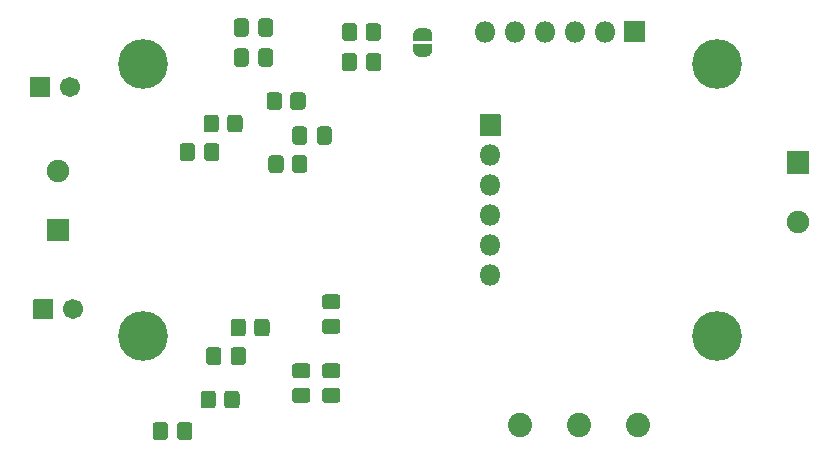
<source format=gbr>
%TF.GenerationSoftware,KiCad,Pcbnew,(5.1.8-0-10_14)*%
%TF.CreationDate,2021-08-05T18:18:29-06:00*%
%TF.ProjectId,ESP8266_Water_Sensor,45535038-3236-4365-9f57-617465725f53,rev?*%
%TF.SameCoordinates,Original*%
%TF.FileFunction,Soldermask,Bot*%
%TF.FilePolarity,Negative*%
%FSLAX46Y46*%
G04 Gerber Fmt 4.6, Leading zero omitted, Abs format (unit mm)*
G04 Created by KiCad (PCBNEW (5.1.8-0-10_14)) date 2021-08-05 18:18:29*
%MOMM*%
%LPD*%
G01*
G04 APERTURE LIST*
%ADD10O,1.801600X1.801600*%
%ADD11C,1.901600*%
%ADD12C,0.100000*%
%ADD13C,2.051600*%
%ADD14C,4.216000*%
%ADD15C,1.701600*%
G04 APERTURE END LIST*
%TO.C,C1*%
G36*
G01*
X135759700Y-87499183D02*
X135759700Y-86490817D01*
G75*
G02*
X136031317Y-86219200I271617J0D01*
G01*
X136764683Y-86219200D01*
G75*
G02*
X137036300Y-86490817I0J-271617D01*
G01*
X137036300Y-87499183D01*
G75*
G02*
X136764683Y-87770800I-271617J0D01*
G01*
X136031317Y-87770800D01*
G75*
G02*
X135759700Y-87499183I0J271617D01*
G01*
G37*
G36*
G01*
X137834700Y-87499183D02*
X137834700Y-86490817D01*
G75*
G02*
X138106317Y-86219200I271617J0D01*
G01*
X138839683Y-86219200D01*
G75*
G02*
X139111300Y-86490817I0J-271617D01*
G01*
X139111300Y-87499183D01*
G75*
G02*
X138839683Y-87770800I-271617J0D01*
G01*
X138106317Y-87770800D01*
G75*
G02*
X137834700Y-87499183I0J271617D01*
G01*
G37*
%TD*%
%TO.C,C4*%
G36*
G01*
X135759700Y-90039183D02*
X135759700Y-89030817D01*
G75*
G02*
X136031317Y-88759200I271617J0D01*
G01*
X136764683Y-88759200D01*
G75*
G02*
X137036300Y-89030817I0J-271617D01*
G01*
X137036300Y-90039183D01*
G75*
G02*
X136764683Y-90310800I-271617J0D01*
G01*
X136031317Y-90310800D01*
G75*
G02*
X135759700Y-90039183I0J271617D01*
G01*
G37*
G36*
G01*
X137834700Y-90039183D02*
X137834700Y-89030817D01*
G75*
G02*
X138106317Y-88759200I271617J0D01*
G01*
X138839683Y-88759200D01*
G75*
G02*
X139111300Y-89030817I0J-271617D01*
G01*
X139111300Y-90039183D01*
G75*
G02*
X138839683Y-90310800I-271617J0D01*
G01*
X138106317Y-90310800D01*
G75*
G02*
X137834700Y-90039183I0J271617D01*
G01*
G37*
%TD*%
%TO.C,C5*%
G36*
G01*
X144522183Y-116694800D02*
X143513817Y-116694800D01*
G75*
G02*
X143242200Y-116423183I0J271617D01*
G01*
X143242200Y-115689817D01*
G75*
G02*
X143513817Y-115418200I271617J0D01*
G01*
X144522183Y-115418200D01*
G75*
G02*
X144793800Y-115689817I0J-271617D01*
G01*
X144793800Y-116423183D01*
G75*
G02*
X144522183Y-116694800I-271617J0D01*
G01*
G37*
G36*
G01*
X144522183Y-118769800D02*
X143513817Y-118769800D01*
G75*
G02*
X143242200Y-118498183I0J271617D01*
G01*
X143242200Y-117764817D01*
G75*
G02*
X143513817Y-117493200I271617J0D01*
G01*
X144522183Y-117493200D01*
G75*
G02*
X144793800Y-117764817I0J-271617D01*
G01*
X144793800Y-118498183D01*
G75*
G02*
X144522183Y-118769800I-271617J0D01*
G01*
G37*
%TD*%
%TO.C,C6*%
G36*
G01*
X130178300Y-120653817D02*
X130178300Y-121662183D01*
G75*
G02*
X129906683Y-121933800I-271617J0D01*
G01*
X129173317Y-121933800D01*
G75*
G02*
X128901700Y-121662183I0J271617D01*
G01*
X128901700Y-120653817D01*
G75*
G02*
X129173317Y-120382200I271617J0D01*
G01*
X129906683Y-120382200D01*
G75*
G02*
X130178300Y-120653817I0J-271617D01*
G01*
G37*
G36*
G01*
X132253300Y-120653817D02*
X132253300Y-121662183D01*
G75*
G02*
X131981683Y-121933800I-271617J0D01*
G01*
X131248317Y-121933800D01*
G75*
G02*
X130976700Y-121662183I0J271617D01*
G01*
X130976700Y-120653817D01*
G75*
G02*
X131248317Y-120382200I271617J0D01*
G01*
X131981683Y-120382200D01*
G75*
G02*
X132253300Y-120653817I0J-271617D01*
G01*
G37*
%TD*%
%TO.C,C7*%
G36*
G01*
X133430700Y-115312183D02*
X133430700Y-114303817D01*
G75*
G02*
X133702317Y-114032200I271617J0D01*
G01*
X134435683Y-114032200D01*
G75*
G02*
X134707300Y-114303817I0J-271617D01*
G01*
X134707300Y-115312183D01*
G75*
G02*
X134435683Y-115583800I-271617J0D01*
G01*
X133702317Y-115583800D01*
G75*
G02*
X133430700Y-115312183I0J271617D01*
G01*
G37*
G36*
G01*
X135505700Y-115312183D02*
X135505700Y-114303817D01*
G75*
G02*
X135777317Y-114032200I271617J0D01*
G01*
X136510683Y-114032200D01*
G75*
G02*
X136782300Y-114303817I0J-271617D01*
G01*
X136782300Y-115312183D01*
G75*
G02*
X136510683Y-115583800I-271617J0D01*
G01*
X135777317Y-115583800D01*
G75*
G02*
X135505700Y-115312183I0J271617D01*
G01*
G37*
%TD*%
%TO.C,C8*%
G36*
G01*
X142787700Y-96643183D02*
X142787700Y-95634817D01*
G75*
G02*
X143059317Y-95363200I271617J0D01*
G01*
X143792683Y-95363200D01*
G75*
G02*
X144064300Y-95634817I0J-271617D01*
G01*
X144064300Y-96643183D01*
G75*
G02*
X143792683Y-96914800I-271617J0D01*
G01*
X143059317Y-96914800D01*
G75*
G02*
X142787700Y-96643183I0J271617D01*
G01*
G37*
G36*
G01*
X140712700Y-96643183D02*
X140712700Y-95634817D01*
G75*
G02*
X140984317Y-95363200I271617J0D01*
G01*
X141717683Y-95363200D01*
G75*
G02*
X141989300Y-95634817I0J-271617D01*
G01*
X141989300Y-96643183D01*
G75*
G02*
X141717683Y-96914800I-271617J0D01*
G01*
X140984317Y-96914800D01*
G75*
G02*
X140712700Y-96643183I0J271617D01*
G01*
G37*
%TD*%
%TO.C,C9*%
G36*
G01*
X148255300Y-89411817D02*
X148255300Y-90420183D01*
G75*
G02*
X147983683Y-90691800I-271617J0D01*
G01*
X147250317Y-90691800D01*
G75*
G02*
X146978700Y-90420183I0J271617D01*
G01*
X146978700Y-89411817D01*
G75*
G02*
X147250317Y-89140200I271617J0D01*
G01*
X147983683Y-89140200D01*
G75*
G02*
X148255300Y-89411817I0J-271617D01*
G01*
G37*
G36*
G01*
X146180300Y-89411817D02*
X146180300Y-90420183D01*
G75*
G02*
X145908683Y-90691800I-271617J0D01*
G01*
X145175317Y-90691800D01*
G75*
G02*
X144903700Y-90420183I0J271617D01*
G01*
X144903700Y-89411817D01*
G75*
G02*
X145175317Y-89140200I271617J0D01*
G01*
X145908683Y-89140200D01*
G75*
G02*
X146180300Y-89411817I0J-271617D01*
G01*
G37*
%TD*%
%TO.C,C10*%
G36*
G01*
X131187700Y-98040183D02*
X131187700Y-97031817D01*
G75*
G02*
X131459317Y-96760200I271617J0D01*
G01*
X132192683Y-96760200D01*
G75*
G02*
X132464300Y-97031817I0J-271617D01*
G01*
X132464300Y-98040183D01*
G75*
G02*
X132192683Y-98311800I-271617J0D01*
G01*
X131459317Y-98311800D01*
G75*
G02*
X131187700Y-98040183I0J271617D01*
G01*
G37*
G36*
G01*
X133262700Y-98040183D02*
X133262700Y-97031817D01*
G75*
G02*
X133534317Y-96760200I271617J0D01*
G01*
X134267683Y-96760200D01*
G75*
G02*
X134539300Y-97031817I0J-271617D01*
G01*
X134539300Y-98040183D01*
G75*
G02*
X134267683Y-98311800I-271617J0D01*
G01*
X133534317Y-98311800D01*
G75*
G02*
X133262700Y-98040183I0J271617D01*
G01*
G37*
%TD*%
%TO.C,J1*%
G36*
G01*
X156579200Y-96100000D02*
X156579200Y-94400000D01*
G75*
G02*
X156630000Y-94349200I50800J0D01*
G01*
X158330000Y-94349200D01*
G75*
G02*
X158380800Y-94400000I0J-50800D01*
G01*
X158380800Y-96100000D01*
G75*
G02*
X158330000Y-96150800I-50800J0D01*
G01*
X156630000Y-96150800D01*
G75*
G02*
X156579200Y-96100000I0J50800D01*
G01*
G37*
D10*
X157480000Y-97790000D03*
X157480000Y-100330000D03*
X157480000Y-102870000D03*
X157480000Y-105410000D03*
X157480000Y-107950000D03*
%TD*%
D11*
%TO.C,J2*%
X120904000Y-99140000D03*
G36*
G01*
X121804000Y-105090800D02*
X120004000Y-105090800D01*
G75*
G02*
X119953200Y-105040000I0J50800D01*
G01*
X119953200Y-103240000D01*
G75*
G02*
X120004000Y-103189200I50800J0D01*
G01*
X121804000Y-103189200D01*
G75*
G02*
X121854800Y-103240000I0J-50800D01*
G01*
X121854800Y-105040000D01*
G75*
G02*
X121804000Y-105090800I-50800J0D01*
G01*
G37*
%TD*%
%TO.C,J4*%
G36*
G01*
X182615000Y-97474200D02*
X184415000Y-97474200D01*
G75*
G02*
X184465800Y-97525000I0J-50800D01*
G01*
X184465800Y-99325000D01*
G75*
G02*
X184415000Y-99375800I-50800J0D01*
G01*
X182615000Y-99375800D01*
G75*
G02*
X182564200Y-99325000I0J50800D01*
G01*
X182564200Y-97525000D01*
G75*
G02*
X182615000Y-97474200I50800J0D01*
G01*
G37*
X183515000Y-103425000D03*
%TD*%
D10*
%TO.C,J5*%
X157022800Y-87350600D03*
X159562800Y-87350600D03*
X162102800Y-87350600D03*
X164642800Y-87350600D03*
X167182800Y-87350600D03*
G36*
G01*
X168872800Y-86449800D02*
X170572800Y-86449800D01*
G75*
G02*
X170623600Y-86500600I0J-50800D01*
G01*
X170623600Y-88200600D01*
G75*
G02*
X170572800Y-88251400I-50800J0D01*
G01*
X168872800Y-88251400D01*
G75*
G02*
X168822000Y-88200600I0J50800D01*
G01*
X168822000Y-86500600D01*
G75*
G02*
X168872800Y-86449800I50800J0D01*
G01*
G37*
%TD*%
D12*
%TO.C,JP2*%
G36*
X152564824Y-88109911D02*
G01*
X152561933Y-88119440D01*
X152557239Y-88128223D01*
X152550921Y-88135921D01*
X152543223Y-88142239D01*
X152534440Y-88146933D01*
X152524911Y-88149824D01*
X152515000Y-88150800D01*
X151015000Y-88150800D01*
X151005089Y-88149824D01*
X150995560Y-88146933D01*
X150986777Y-88142239D01*
X150979079Y-88135921D01*
X150972761Y-88128223D01*
X150968067Y-88119440D01*
X150965176Y-88109911D01*
X150964200Y-88100000D01*
X150964200Y-87600000D01*
X150964802Y-87593887D01*
X150964802Y-87575466D01*
X150965047Y-87570486D01*
X150969857Y-87521655D01*
X150970588Y-87516725D01*
X150980160Y-87468600D01*
X150981372Y-87463763D01*
X150995616Y-87416808D01*
X150997295Y-87412115D01*
X151016072Y-87366782D01*
X151018204Y-87362274D01*
X151041335Y-87319001D01*
X151043897Y-87314727D01*
X151071157Y-87273928D01*
X151074127Y-87269923D01*
X151105255Y-87231994D01*
X151108603Y-87228300D01*
X151143300Y-87193603D01*
X151146994Y-87190255D01*
X151184923Y-87159127D01*
X151188928Y-87156157D01*
X151229727Y-87128897D01*
X151234001Y-87126335D01*
X151277274Y-87103204D01*
X151281782Y-87101072D01*
X151327115Y-87082295D01*
X151331808Y-87080616D01*
X151378763Y-87066372D01*
X151383600Y-87065160D01*
X151431725Y-87055588D01*
X151436655Y-87054857D01*
X151485486Y-87050047D01*
X151490466Y-87049802D01*
X151508887Y-87049802D01*
X151515000Y-87049200D01*
X152015000Y-87049200D01*
X152021113Y-87049802D01*
X152039534Y-87049802D01*
X152044514Y-87050047D01*
X152093345Y-87054857D01*
X152098275Y-87055588D01*
X152146400Y-87065160D01*
X152151237Y-87066372D01*
X152198192Y-87080616D01*
X152202885Y-87082295D01*
X152248218Y-87101072D01*
X152252726Y-87103204D01*
X152295999Y-87126335D01*
X152300273Y-87128897D01*
X152341072Y-87156157D01*
X152345077Y-87159127D01*
X152383006Y-87190255D01*
X152386700Y-87193603D01*
X152421397Y-87228300D01*
X152424745Y-87231994D01*
X152455873Y-87269923D01*
X152458843Y-87273928D01*
X152486103Y-87314727D01*
X152488665Y-87319001D01*
X152511796Y-87362274D01*
X152513928Y-87366782D01*
X152532705Y-87412115D01*
X152534384Y-87416808D01*
X152548628Y-87463763D01*
X152549840Y-87468600D01*
X152559412Y-87516725D01*
X152560143Y-87521655D01*
X152564953Y-87570486D01*
X152565198Y-87575466D01*
X152565198Y-87593887D01*
X152565800Y-87600000D01*
X152565800Y-88100000D01*
X152564824Y-88109911D01*
G37*
G36*
X152565198Y-88906113D02*
G01*
X152565198Y-88924534D01*
X152564953Y-88929514D01*
X152560143Y-88978345D01*
X152559412Y-88983275D01*
X152549840Y-89031400D01*
X152548628Y-89036237D01*
X152534384Y-89083192D01*
X152532705Y-89087885D01*
X152513928Y-89133218D01*
X152511796Y-89137726D01*
X152488665Y-89180999D01*
X152486103Y-89185273D01*
X152458843Y-89226072D01*
X152455873Y-89230077D01*
X152424745Y-89268006D01*
X152421397Y-89271700D01*
X152386700Y-89306397D01*
X152383006Y-89309745D01*
X152345077Y-89340873D01*
X152341072Y-89343843D01*
X152300273Y-89371103D01*
X152295999Y-89373665D01*
X152252726Y-89396796D01*
X152248218Y-89398928D01*
X152202885Y-89417705D01*
X152198192Y-89419384D01*
X152151237Y-89433628D01*
X152146400Y-89434840D01*
X152098275Y-89444412D01*
X152093345Y-89445143D01*
X152044514Y-89449953D01*
X152039534Y-89450198D01*
X152021113Y-89450198D01*
X152015000Y-89450800D01*
X151515000Y-89450800D01*
X151508887Y-89450198D01*
X151490466Y-89450198D01*
X151485486Y-89449953D01*
X151436655Y-89445143D01*
X151431725Y-89444412D01*
X151383600Y-89434840D01*
X151378763Y-89433628D01*
X151331808Y-89419384D01*
X151327115Y-89417705D01*
X151281782Y-89398928D01*
X151277274Y-89396796D01*
X151234001Y-89373665D01*
X151229727Y-89371103D01*
X151188928Y-89343843D01*
X151184923Y-89340873D01*
X151146994Y-89309745D01*
X151143300Y-89306397D01*
X151108603Y-89271700D01*
X151105255Y-89268006D01*
X151074127Y-89230077D01*
X151071157Y-89226072D01*
X151043897Y-89185273D01*
X151041335Y-89180999D01*
X151018204Y-89137726D01*
X151016072Y-89133218D01*
X150997295Y-89087885D01*
X150995616Y-89083192D01*
X150981372Y-89036237D01*
X150980160Y-89031400D01*
X150970588Y-88983275D01*
X150969857Y-88978345D01*
X150965047Y-88929514D01*
X150964802Y-88924534D01*
X150964802Y-88906113D01*
X150964200Y-88900000D01*
X150964200Y-88400000D01*
X150965176Y-88390089D01*
X150968067Y-88380560D01*
X150972761Y-88371777D01*
X150979079Y-88364079D01*
X150986777Y-88357761D01*
X150995560Y-88353067D01*
X151005089Y-88350176D01*
X151015000Y-88349200D01*
X152515000Y-88349200D01*
X152524911Y-88350176D01*
X152534440Y-88353067D01*
X152543223Y-88357761D01*
X152550921Y-88364079D01*
X152557239Y-88371777D01*
X152561933Y-88380560D01*
X152564824Y-88390089D01*
X152565800Y-88400000D01*
X152565800Y-88900000D01*
X152565198Y-88906113D01*
G37*
%TD*%
%TO.C,R3*%
G36*
G01*
X136254800Y-118011365D02*
X136254800Y-118970635D01*
G75*
G02*
X135983635Y-119241800I-271165J0D01*
G01*
X135224365Y-119241800D01*
G75*
G02*
X134953200Y-118970635I0J271165D01*
G01*
X134953200Y-118011365D01*
G75*
G02*
X135224365Y-117740200I271165J0D01*
G01*
X135983635Y-117740200D01*
G75*
G02*
X136254800Y-118011365I0J-271165D01*
G01*
G37*
G36*
G01*
X134254800Y-118011365D02*
X134254800Y-118970635D01*
G75*
G02*
X133983635Y-119241800I-271165J0D01*
G01*
X133224365Y-119241800D01*
G75*
G02*
X132953200Y-118970635I0J271165D01*
G01*
X132953200Y-118011365D01*
G75*
G02*
X133224365Y-117740200I271165J0D01*
G01*
X133983635Y-117740200D01*
G75*
G02*
X134254800Y-118011365I0J-271165D01*
G01*
G37*
%TD*%
%TO.C,R4*%
G36*
G01*
X137493200Y-112874635D02*
X137493200Y-111915365D01*
G75*
G02*
X137764365Y-111644200I271165J0D01*
G01*
X138523635Y-111644200D01*
G75*
G02*
X138794800Y-111915365I0J-271165D01*
G01*
X138794800Y-112874635D01*
G75*
G02*
X138523635Y-113145800I-271165J0D01*
G01*
X137764365Y-113145800D01*
G75*
G02*
X137493200Y-112874635I0J271165D01*
G01*
G37*
G36*
G01*
X135493200Y-112874635D02*
X135493200Y-111915365D01*
G75*
G02*
X135764365Y-111644200I271165J0D01*
G01*
X136523635Y-111644200D01*
G75*
G02*
X136794800Y-111915365I0J-271165D01*
G01*
X136794800Y-112874635D01*
G75*
G02*
X136523635Y-113145800I-271165J0D01*
G01*
X135764365Y-113145800D01*
G75*
G02*
X135493200Y-112874635I0J271165D01*
G01*
G37*
%TD*%
%TO.C,R5*%
G36*
G01*
X138684200Y-99031635D02*
X138684200Y-98072365D01*
G75*
G02*
X138955365Y-97801200I271165J0D01*
G01*
X139714635Y-97801200D01*
G75*
G02*
X139985800Y-98072365I0J-271165D01*
G01*
X139985800Y-99031635D01*
G75*
G02*
X139714635Y-99302800I-271165J0D01*
G01*
X138955365Y-99302800D01*
G75*
G02*
X138684200Y-99031635I0J271165D01*
G01*
G37*
G36*
G01*
X140684200Y-99031635D02*
X140684200Y-98072365D01*
G75*
G02*
X140955365Y-97801200I271165J0D01*
G01*
X141714635Y-97801200D01*
G75*
G02*
X141985800Y-98072365I0J-271165D01*
G01*
X141985800Y-99031635D01*
G75*
G02*
X141714635Y-99302800I-271165J0D01*
G01*
X140955365Y-99302800D01*
G75*
G02*
X140684200Y-99031635I0J271165D01*
G01*
G37*
%TD*%
%TO.C,R6*%
G36*
G01*
X144923200Y-87855635D02*
X144923200Y-86896365D01*
G75*
G02*
X145194365Y-86625200I271165J0D01*
G01*
X145953635Y-86625200D01*
G75*
G02*
X146224800Y-86896365I0J-271165D01*
G01*
X146224800Y-87855635D01*
G75*
G02*
X145953635Y-88126800I-271165J0D01*
G01*
X145194365Y-88126800D01*
G75*
G02*
X144923200Y-87855635I0J271165D01*
G01*
G37*
G36*
G01*
X146923200Y-87855635D02*
X146923200Y-86896365D01*
G75*
G02*
X147194365Y-86625200I271165J0D01*
G01*
X147953635Y-86625200D01*
G75*
G02*
X148224800Y-86896365I0J-271165D01*
G01*
X148224800Y-87855635D01*
G75*
G02*
X147953635Y-88126800I-271165J0D01*
G01*
X147194365Y-88126800D01*
G75*
G02*
X146923200Y-87855635I0J271165D01*
G01*
G37*
%TD*%
%TO.C,R7*%
G36*
G01*
X136508800Y-94643365D02*
X136508800Y-95602635D01*
G75*
G02*
X136237635Y-95873800I-271165J0D01*
G01*
X135478365Y-95873800D01*
G75*
G02*
X135207200Y-95602635I0J271165D01*
G01*
X135207200Y-94643365D01*
G75*
G02*
X135478365Y-94372200I271165J0D01*
G01*
X136237635Y-94372200D01*
G75*
G02*
X136508800Y-94643365I0J-271165D01*
G01*
G37*
G36*
G01*
X134508800Y-94643365D02*
X134508800Y-95602635D01*
G75*
G02*
X134237635Y-95873800I-271165J0D01*
G01*
X133478365Y-95873800D01*
G75*
G02*
X133207200Y-95602635I0J271165D01*
G01*
X133207200Y-94643365D01*
G75*
G02*
X133478365Y-94372200I271165J0D01*
G01*
X134237635Y-94372200D01*
G75*
G02*
X134508800Y-94643365I0J-271165D01*
G01*
G37*
%TD*%
%TO.C,R8*%
G36*
G01*
X140541200Y-93697635D02*
X140541200Y-92738365D01*
G75*
G02*
X140812365Y-92467200I271165J0D01*
G01*
X141571635Y-92467200D01*
G75*
G02*
X141842800Y-92738365I0J-271165D01*
G01*
X141842800Y-93697635D01*
G75*
G02*
X141571635Y-93968800I-271165J0D01*
G01*
X140812365Y-93968800D01*
G75*
G02*
X140541200Y-93697635I0J271165D01*
G01*
G37*
G36*
G01*
X138541200Y-93697635D02*
X138541200Y-92738365D01*
G75*
G02*
X138812365Y-92467200I271165J0D01*
G01*
X139571635Y-92467200D01*
G75*
G02*
X139842800Y-92738365I0J-271165D01*
G01*
X139842800Y-93697635D01*
G75*
G02*
X139571635Y-93968800I-271165J0D01*
G01*
X138812365Y-93968800D01*
G75*
G02*
X138541200Y-93697635I0J271165D01*
G01*
G37*
%TD*%
%TO.C,C11*%
G36*
G01*
X143513817Y-111651200D02*
X144522183Y-111651200D01*
G75*
G02*
X144793800Y-111922817I0J-271617D01*
G01*
X144793800Y-112656183D01*
G75*
G02*
X144522183Y-112927800I-271617J0D01*
G01*
X143513817Y-112927800D01*
G75*
G02*
X143242200Y-112656183I0J271617D01*
G01*
X143242200Y-111922817D01*
G75*
G02*
X143513817Y-111651200I271617J0D01*
G01*
G37*
G36*
G01*
X143513817Y-109576200D02*
X144522183Y-109576200D01*
G75*
G02*
X144793800Y-109847817I0J-271617D01*
G01*
X144793800Y-110581183D01*
G75*
G02*
X144522183Y-110852800I-271617J0D01*
G01*
X143513817Y-110852800D01*
G75*
G02*
X143242200Y-110581183I0J271617D01*
G01*
X143242200Y-109847817D01*
G75*
G02*
X143513817Y-109576200I271617J0D01*
G01*
G37*
%TD*%
%TO.C,C13*%
G36*
G01*
X141982183Y-118769800D02*
X140973817Y-118769800D01*
G75*
G02*
X140702200Y-118498183I0J271617D01*
G01*
X140702200Y-117764817D01*
G75*
G02*
X140973817Y-117493200I271617J0D01*
G01*
X141982183Y-117493200D01*
G75*
G02*
X142253800Y-117764817I0J-271617D01*
G01*
X142253800Y-118498183D01*
G75*
G02*
X141982183Y-118769800I-271617J0D01*
G01*
G37*
G36*
G01*
X141982183Y-116694800D02*
X140973817Y-116694800D01*
G75*
G02*
X140702200Y-116423183I0J271617D01*
G01*
X140702200Y-115689817D01*
G75*
G02*
X140973817Y-115418200I271617J0D01*
G01*
X141982183Y-115418200D01*
G75*
G02*
X142253800Y-115689817I0J-271617D01*
G01*
X142253800Y-116423183D01*
G75*
G02*
X141982183Y-116694800I-271617J0D01*
G01*
G37*
%TD*%
D13*
%TO.C,J3*%
X160020000Y-120650000D03*
X165020000Y-120650000D03*
X170020000Y-120650000D03*
%TD*%
D14*
%TO.C,H1*%
X128117600Y-90068400D03*
%TD*%
%TO.C,H2*%
X176682400Y-90068400D03*
%TD*%
%TO.C,H3*%
X128117600Y-113131600D03*
%TD*%
%TO.C,H4*%
X176682400Y-113131600D03*
%TD*%
D15*
%TO.C,C14*%
X121869200Y-92049600D03*
G36*
G01*
X118518400Y-92849600D02*
X118518400Y-91249600D01*
G75*
G02*
X118569200Y-91198800I50800J0D01*
G01*
X120169200Y-91198800D01*
G75*
G02*
X120220000Y-91249600I0J-50800D01*
G01*
X120220000Y-92849600D01*
G75*
G02*
X120169200Y-92900400I-50800J0D01*
G01*
X118569200Y-92900400D01*
G75*
G02*
X118518400Y-92849600I0J50800D01*
G01*
G37*
%TD*%
%TO.C,C15*%
G36*
G01*
X118783200Y-111645600D02*
X118783200Y-110045600D01*
G75*
G02*
X118834000Y-109994800I50800J0D01*
G01*
X120434000Y-109994800D01*
G75*
G02*
X120484800Y-110045600I0J-50800D01*
G01*
X120484800Y-111645600D01*
G75*
G02*
X120434000Y-111696400I-50800J0D01*
G01*
X118834000Y-111696400D01*
G75*
G02*
X118783200Y-111645600I0J50800D01*
G01*
G37*
X122134000Y-110845600D03*
%TD*%
M02*

</source>
